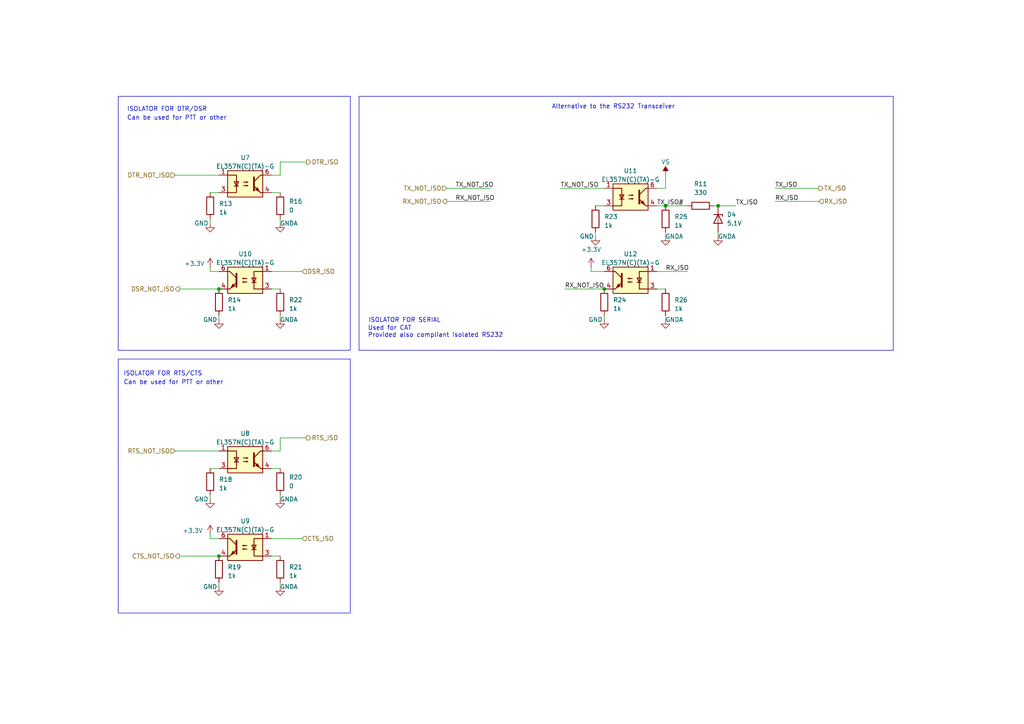
<source format=kicad_sch>
(kicad_sch (version 20250114) (generator "eeschema") (generator_version "9.0")
  (paper "A4")
  (title_block (title "CAT_Interface") (date "2023-07-25") (rev "01") (company "ZX_Group") (comment 1 "made with <3 and KiCAD"))
  (lib_symbols
    (symbol "Device:D_Zener" (pin_numbers (hide yes)) (pin_names (offset 1.016) (hide yes))
      (property "Reference" "D" (at 0 2.54 0))
      (property "Value" "D_Zener" (at 0 -2.54 0))
      (symbol "D_Zener_0_1"
        (polyline (pts (xy -1.27 -1.27) (xy -1.27 1.27) (xy -0.762 1.27)) (stroke (width 0.254)))
        (polyline (pts (xy 1.27 0) (xy -1.27 0)))
        (polyline (pts (xy 1.27 -1.27) (xy 1.27 1.27) (xy -1.27 0) (xy 1.27 -1.27)) (stroke (width 0.254)))
      )
      (symbol "D_Zener_1_1"
        (pin passive line (at -3.81 0 0) (length 2.54) (name "K") (number "1"))
        (pin passive line (at 3.81 0 180) (length 2.54) (name "A") (number "2"))
      )
    )
    (symbol "Device:R" (pin_numbers (hide yes)) (pin_names (offset 0))
      (property "Reference" "R" (at 2.032 0 90))
      (property "Value" "R" (at 0 0 90))
      (symbol "R_0_1"
        (rectangle (start -1.016 -2.54) (end 1.016 2.54) (stroke (width 0.254)))
      )
      (symbol "R_1_1"
        (pin passive line (at 0 3.81 270) (length 1.27) (name "~") (number "1"))
        (pin passive line (at 0 -3.81 90) (length 1.27) (name "~") (number "2"))
      )
    )
    (symbol "Isolator:TLP185"
      (property "Reference" "U" (at -5.08 5.08 0))
      (property "Value" "TLP185" (at -5.08 -5.08 0))
      (symbol "TLP185_0_1"
        (rectangle (start -5.08 3.81) (end 5.08 -3.81) (stroke (width 0.254)) (fill (type background)))
        (polyline (pts (xy -5.08 -2.54) (xy -2.54 -2.54) (xy -2.54 2.54) (xy -5.08 2.54)) (stroke (width 0.254)))
        (polyline (pts (xy -3.175 -0.635) (xy -1.905 -0.635)) (stroke (width 0.254)))
        (polyline (pts (xy -2.54 -0.635) (xy -3.175 0.635) (xy -1.905 0.635) (xy -2.54 -0.635)) (stroke (width 0.254)))
        (polyline (pts (xy -0.508 0.508) (xy 0.762 0.508) (xy 0.381 0.381) (xy 0.381 0.635) (xy 0.762 0.508)) (stroke (width 0.254)))
        (polyline (pts (xy -0.508 -0.508) (xy 0.762 -0.508) (xy 0.381 -0.635) (xy 0.381 -0.381) (xy 0.762 -0.508)) (stroke (width 0.254)))
        (polyline (pts (xy 2.54 1.905) (xy 2.54 -1.905) (xy 2.54 -1.905)) (stroke (width 0.508)))
        (polyline (pts (xy 3.048 -1.651) (xy 3.556 -1.143) (xy 4.064 -2.159) (xy 3.048 -1.651) (xy 3.048 -1.651)) (stroke (width 0.254)) (fill (type outline)))
        (polyline (pts (xy 5.08 2.54) (xy 4.445 2.54) (xy 2.54 0.635)) (stroke (width 0.254)))
        (polyline (pts (xy 5.08 -2.54) (xy 4.445 -2.54) (xy 2.54 -0.635)) (stroke (width 0.254)))
      )
      (symbol "TLP185_1_1"
        (pin passive line (at -7.62 2.54 0) (length 2.54) (name "~") (number "1"))
        (pin passive line (at -7.62 -2.54 0) (length 2.54) (name "~") (number "3"))
        (pin passive line (at 7.62 2.54 180) (length 2.54) (name "~") (number "6"))
        (pin passive line (at 7.62 -2.54 180) (length 2.54) (name "~") (number "4"))
      )
    )
    (symbol "power:+3.3V" (power) (pin_numbers (hide yes)) (pin_names (offset 0) (hide yes))
      (property "Value" "+3.3V" (at 0 3.556 0))
      (symbol "+3.3V_0_1"
        (polyline (pts (xy -0.762 1.27) (xy 0 2.54)))
        (polyline (pts (xy 0 2.54) (xy 0.762 1.27)))
        (polyline (pts (xy 0 0) (xy 0 2.54)))
      )
      (symbol "+3.3V_1_1"
        (pin power_in line (at 0 0 90) (length 0) (name "~") (number "1"))
      )
    )
    (symbol "power:GND" (power) (pin_names (offset 0))
      (property "Value" "GND" (at 0 -3.81 0))
      (symbol "GND_0_1"
        (polyline (pts (xy 0 0) (xy 0 -1.27) (xy 1.27 -1.27) (xy 0 -2.54) (xy -1.27 -1.27) (xy 0 -1.27)))
      )
      (symbol "GND_1_1"
        (pin power_in line (at 0 0 270) (length 0) (hide yes) (name "GND") (number "1"))
      )
    )
    (symbol "power:GNDA" (power) (pin_names (offset 0))
      (property "Value" "GNDA" (at 0 -3.81 0))
      (symbol "GNDA_0_1"
        (polyline (pts (xy 0 0) (xy 0 -1.27) (xy 1.27 -1.27) (xy 0 -2.54) (xy -1.27 -1.27) (xy 0 -1.27)))
      )
      (symbol "GNDA_1_1"
        (pin power_in line (at 0 0 270) (length 0) (hide yes) (name "GNDA") (number "1"))
      )
    )
    (symbol "power:VS" (power) (pin_names (offset 0))
      (property "Value" "VS" (at 0 3.81 0))
      (symbol "VS_0_1"
        (polyline (pts (xy 0 0) (xy 0 2.54)))
        (polyline (pts (xy 0.762 1.27) (xy -0.762 1.27) (xy 0 2.54) (xy 0.762 1.27)) (fill (type outline)))
      )
      (symbol "VS_1_1"
        (pin power_in line (at 0 0 90) (length 0) (hide yes) (name "VS") (number "1"))
      )
    )
  )
  (rectangle (start 104.14 27.94) (end 259.08 101.6))
  (rectangle (start 34.29 27.94) (end 101.6 101.6))
  (rectangle (start 34.29 104.14) (end 101.6 177.8))
  (text "Can be used for PTT or other" (at 50.292 110.998 0) (effects (font (size 1.27 1.27))))
  (text "ISOLATOR FOR DTR/DSR\n" (at 36.83 31.75 0) (effects (font (size 1.27 1.27)) (justify left)))
  (text "ISOLATOR FOR RTS/CTS\n" (at 47.244 108.458 0) (effects (font (size 1.27 1.27))))
  (text "Can be used for PTT or other" (at 36.83 34.29 0) (effects (font (size 1.27 1.27)) (justify left)))
  (text "Used for CAT\nProvided also compliant isolated RS232" (at 106.68 96.266 0) (effects (font (size 1.27 1.27)) (justify left)))
  (text "Alternative to the RS232 Transceiver" (at 160.02 31.75 0) (effects (font (size 1.27 1.27)) (justify left bottom)))
  (text "ISOLATOR FOR SERIAL\n" (at 117.348 92.964 0) (effects (font (size 1.27 1.27))))
  (junction (at 175.26 83.82))
  (junction (at 193.04 59.69))
  (junction (at 63.5 83.82))
  (junction (at 63.5 161.29))
  (junction (at 208.28 59.69))
  (wire (pts (xy 60.96 135.89) (xy 63.5 135.89)))
  (wire (pts (xy 81.28 127) (xy 81.28 130.81)))
  (wire (pts (xy 162.56 54.61) (xy 175.26 54.61)))
  (wire (pts (xy 224.79 58.42) (xy 237.49 58.42)))
  (wire (pts (xy 190.5 83.82) (xy 193.04 83.82)))
  (wire (pts (xy 63.5 91.44) (xy 63.5 92.71)))
  (wire (pts (xy 172.72 67.31) (xy 172.72 68.58)))
  (wire (pts (xy 81.28 63.5) (xy 81.28 64.77)))
  (wire (pts (xy 60.96 77.47) (xy 60.96 78.74)))
  (wire (pts (xy 81.28 46.99) (xy 88.9 46.99)))
  (wire (pts (xy 81.28 143.51) (xy 81.28 144.78)))
  (wire (pts (xy 60.96 63.5) (xy 60.96 64.77)))
  (wire (pts (xy 50.8 130.81) (xy 63.5 130.81)))
  (wire (pts (xy 224.79 54.61) (xy 237.49 54.61)))
  (wire (pts (xy 190.5 54.61) (xy 193.04 54.61)))
  (wire (pts (xy 50.8 50.8) (xy 63.5 50.8)))
  (wire (pts (xy 193.04 50.8) (xy 193.04 54.61)))
  (wire (pts (xy 60.96 78.74) (xy 63.5 78.74)))
  (wire (pts (xy 171.45 78.74) (xy 175.26 78.74)))
  (wire (pts (xy 78.74 156.21) (xy 87.63 156.21)))
  (wire (pts (xy 78.74 130.81) (xy 81.28 130.81)))
  (wire (pts (xy 172.72 59.69) (xy 175.26 59.69)))
  (wire (pts (xy 129.54 54.61) (xy 142.24 54.61)))
  (wire (pts (xy 78.74 55.88) (xy 81.28 55.88)))
  (wire (pts (xy 208.28 67.31) (xy 208.28 68.58)))
  (wire (pts (xy 78.74 83.82) (xy 81.28 83.82)))
  (wire (pts (xy 60.96 55.88) (xy 63.5 55.88)))
  (wire (pts (xy 60.96 154.94) (xy 60.96 156.21)))
  (wire (pts (xy 193.04 59.69) (xy 199.39 59.69)))
  (wire (pts (xy 63.5 168.91) (xy 63.5 170.18)))
  (wire (pts (xy 81.28 46.99) (xy 81.28 50.8)))
  (wire (pts (xy 190.5 59.69) (xy 193.04 59.69)))
  (wire (pts (xy 78.74 78.74) (xy 87.63 78.74)))
  (wire (pts (xy 78.74 135.89) (xy 81.28 135.89)))
  (wire (pts (xy 171.45 77.47) (xy 171.45 78.74)))
  (wire (pts (xy 190.5 78.74) (xy 199.39 78.74)))
  (wire (pts (xy 78.74 161.29) (xy 81.28 161.29)))
  (wire (pts (xy 78.74 50.8) (xy 81.28 50.8)))
  (wire (pts (xy 81.28 91.44) (xy 81.28 92.71)))
  (wire (pts (xy 129.54 58.42) (xy 142.24 58.42)))
  (wire (pts (xy 60.96 143.51) (xy 60.96 144.78)))
  (wire (pts (xy 163.83 83.82) (xy 175.26 83.82)))
  (wire (pts (xy 175.26 91.44) (xy 175.26 92.71)))
  (wire (pts (xy 81.28 127) (xy 88.9 127)))
  (wire (pts (xy 52.07 83.82) (xy 63.5 83.82)))
  (wire (pts (xy 193.04 91.44) (xy 193.04 92.71)))
  (wire (pts (xy 208.28 59.69) (xy 207.01 59.69)))
  (wire (pts (xy 60.96 156.21) (xy 63.5 156.21)))
  (wire (pts (xy 208.28 59.69) (xy 213.36 59.69)))
  (wire (pts (xy 81.28 168.91) (xy 81.28 170.18)))
  (wire (pts (xy 52.07 161.29) (xy 63.5 161.29)))
  (wire (pts (xy 193.04 67.31) (xy 193.04 68.58)))
  (label "RX_NOT_ISO" (at 163.83 83.82 0))
  (label "TX_ISO" (at 213.36 59.69 0))
  (label "RX_ISO" (at 193.04 78.74 0))
  (label "TX_NOT_ISO" (at 162.56 54.61 0))
  (label "TX_ISO#" (at 190.5 59.69 0))
  (label "TX_ISO" (at 224.79 54.61 0))
  (label "TX_NOT_ISO" (at 132.08 54.61 0))
  (label "RX_ISO" (at 224.79 58.42 0))
  (label "RX_NOT_ISO" (at 132.08 58.42 0))
  (hierarchical_label "DSR_NOT_ISO" (shape output) (at 52.07 83.82 180))
  (hierarchical_label "CTS_ISO" (shape input) (at 87.63 156.21 0))
  (hierarchical_label "DSR_ISO" (shape input) (at 87.63 78.74 0))
  (hierarchical_label "TX_NOT_ISO" (shape input) (at 129.54 54.61 180))
  (hierarchical_label "CTS_NOT_ISO" (shape output) (at 52.07 161.29 180))
  (hierarchical_label "DTR_NOT_ISO" (shape input) (at 50.8 50.8 180))
  (hierarchical_label "RX_NOT_ISO" (shape output) (at 129.54 58.42 180))
  (hierarchical_label "RTS_ISO" (shape output) (at 88.9 127 0))
  (hierarchical_label "DTR_ISO" (shape output) (at 88.9 46.99 0))
  (hierarchical_label "RX_ISO" (shape input) (at 237.49 58.42 0))
  (hierarchical_label "TX_ISO" (shape output) (at 237.49 54.61 0))
  (hierarchical_label "RTS_NOT_ISO" (shape input) (at 50.8 130.81 180))
  (symbol (lib_id "power:+3.3V") (at 171.45 77.47 0) (unit 1)
    (property "Reference" "#PWR027" (effects (hide yes)))
    (property "Value" "+3.3V" (at 171.45 72.39 0))
    (property "Description" "Power symbol creates a global label with name \"+3.3V\"" (effects (hide yes)))
  )
  (symbol (lib_id "power:VS") (at 193.04 50.8 0) (unit 1)
    (property "Reference" "#PWR028" (effects (hide yes)))
    (property "Value" "VS" (at 193.04 46.99 0))
  )
  (symbol (lib_id "power:+3.3V") (at 60.96 154.94 0) (unit 1)
    (property "Reference" "#PWR023" (effects (hide yes)))
    (property "Value" "+3.3V" (at 55.88 153.924 0))
    (property "Description" "Power symbol creates a global label with name \"+3.3V\"" (effects (hide yes)))
  )
  (symbol (lib_id "power:GND") (at 175.26 92.71 0) (unit 1)
    (property "Reference" "#PWR0130" (effects (hide yes)))
    (property "Value" "GND" (at 172.72 92.71 0))
  )
  (symbol (lib_id "power:GNDA") (at 81.28 64.77 0) (unit 1)
    (property "Reference" "#PWR037" (effects (hide yes)))
    (property "Value" "GNDA" (at 83.82 64.77 0))
  )
  (symbol (lib_id "Device:R") (at 81.28 87.63 180) (unit 1)
    (property "Reference" "R22" (at 83.82 86.995 0) (effects (justify right)))
    (property "Value" "1k" (at 83.82 89.535 0) (effects (justify right)))
    (property "Footprint" "Resistor_SMD:R_0603_1608Metric" (effects (hide yes)))
    (property "LCSC" "C21190" (effects (hide yes)))
  )
  (symbol (lib_id "Device:R") (at 60.96 139.7 180) (unit 1)
    (property "Reference" "R18" (at 63.5 139.065 0) (effects (justify right)))
    (property "Value" "1k" (at 63.5 141.605 0) (effects (justify right)))
    (property "Footprint" "Resistor_SMD:R_0603_1608Metric" (effects (hide yes)))
    (property "LCSC" "C21190" (effects (hide yes)))
  )
  (symbol (lib_id "Device:R") (at 81.28 165.1 180) (unit 1)
    (property "Reference" "R21" (at 83.82 164.465 0) (effects (justify right)))
    (property "Value" "1k" (at 83.82 167.005 0) (effects (justify right)))
    (property "Footprint" "Resistor_SMD:R_0603_1608Metric" (effects (hide yes)))
    (property "LCSC" "C21190" (effects (hide yes)))
  )
  (symbol (lib_id "power:GND") (at 172.72 68.58 0) (unit 1)
    (property "Reference" "#PWR0131" (effects (hide yes)))
    (property "Value" "GND" (at 170.18 68.58 0))
  )
  (symbol (lib_id "Device:R") (at 193.04 63.5 180) (unit 1)
    (property "Reference" "R25" (at 195.58 62.865 0) (effects (justify right)))
    (property "Value" "1k" (at 195.58 65.405 0) (effects (justify right)))
    (property "Footprint" "Resistor_SMD:R_0603_1608Metric" (effects (hide yes)))
    (property "LCSC" "C21190" (effects (hide yes)))
  )
  (symbol (lib_id "power:GNDA") (at 81.28 170.18 0) (unit 1)
    (property "Reference" "#PWR056" (effects (hide yes)))
    (property "Value" "GNDA" (at 83.82 170.18 0))
  )
  (symbol (lib_id "power:GNDA") (at 193.04 68.58 0) (unit 1)
    (property "Reference" "#PWR068" (effects (hide yes)))
    (property "Value" "GNDA" (at 195.58 68.58 0))
  )
  (symbol (lib_id "Device:R") (at 60.96 59.69 180) (unit 1)
    (property "Reference" "R13" (at 63.5 59.055 0) (effects (justify right)))
    (property "Value" "1k" (at 63.5 61.595 0) (effects (justify right)))
    (property "Footprint" "Resistor_SMD:R_0603_1608Metric" (effects (hide yes)))
    (property "LCSC" "C21190" (effects (hide yes)))
  )
  (symbol (lib_id "Device:R") (at 81.28 59.69 180) (unit 1)
    (property "Reference" "R16" (at 83.82 58.4199 0) (effects (justify right)))
    (property "Value" "0" (at 83.82 60.9599 0) (effects (justify right)))
    (property "Footprint" "Resistor_SMD:R_0603_1608Metric" (effects (hide yes)))
  )
  (symbol (lib_id "Isolator:TLP185") (at 182.88 81.28 0) (mirror y) (unit 1)
    (property "Reference" "U12" (at 182.88 73.66 0))
    (property "Value" "EL357N(C)(TA)-G" (at 182.88 76.2 0))
    (property "Footprint" "InterCat:SO-6-4_4.4x3.9mm_P2.54mm" (effects (hide yes)))
    (property "Datasheet" "https://toshiba.semicon-storage.com/info/docget.jsp?did=11791&prodName=TLP185" (effects (hide yes)))
    (property "LCSC" "C29981" (effects (hide yes)))
  )
  (symbol (lib_id "Device:R") (at 81.28 139.7 180) (unit 1)
    (property "Reference" "R20" (at 83.82 138.4299 0) (effects (justify right)))
    (property "Value" "0" (at 83.82 140.9699 0) (effects (justify right)))
    (property "Footprint" "Resistor_SMD:R_0603_1608Metric" (effects (hide yes)))
  )
  (symbol (lib_id "power:GNDA") (at 81.28 92.71 0) (unit 1)
    (property "Reference" "#PWR038" (effects (hide yes)))
    (property "Value" "GNDA" (at 83.82 92.71 0))
  )
  (symbol (lib_id "power:GND") (at 60.96 64.77 0) (unit 1)
    (property "Reference" "#PWR039" (effects (hide yes)))
    (property "Value" "GND" (at 58.42 64.77 0))
  )
  (symbol (lib_id "Device:R") (at 175.26 87.63 180) (unit 1)
    (property "Reference" "R24" (at 177.8 86.995 0) (effects (justify right)))
    (property "Value" "1k" (at 177.8 89.535 0) (effects (justify right)))
    (property "Footprint" "Resistor_SMD:R_0603_1608Metric" (effects (hide yes)))
    (property "LCSC" "C21190" (effects (hide yes)))
  )
  (symbol (lib_id "Isolator:TLP185") (at 71.12 133.35 0) (unit 1)
    (property "Reference" "U8" (at 71.12 125.73 0))
    (property "Value" "EL357N(C)(TA)-G" (at 71.12 128.27 0))
    (property "Footprint" "InterCat:SO-6-4_4.4x3.9mm_P2.54mm" (effects (hide yes)))
    (property "Datasheet" "https://toshiba.semicon-storage.com/info/docget.jsp?did=11791&prodName=TLP185" (effects (hide yes)))
    (property "LCSC" "C29981" (effects (hide yes)))
  )
  (symbol (lib_id "power:GNDA") (at 193.04 92.71 0) (unit 1)
    (property "Reference" "#PWR069" (effects (hide yes)))
    (property "Value" "GNDA" (at 195.58 92.71 0))
  )
  (symbol (lib_id "Device:R") (at 63.5 87.63 180) (unit 1)
    (property "Reference" "R14" (at 66.04 86.995 0) (effects (justify right)))
    (property "Value" "1k" (at 66.04 89.535 0) (effects (justify right)))
    (property "Footprint" "Resistor_SMD:R_0603_1608Metric" (effects (hide yes)))
    (property "LCSC" "C21190" (effects (hide yes)))
  )
  (symbol (lib_id "power:GNDA") (at 81.28 144.78 0) (unit 1)
    (property "Reference" "#PWR055" (effects (hide yes)))
    (property "Value" "GNDA" (at 83.82 144.78 0))
  )
  (symbol (lib_id "power:GNDA") (at 208.28 68.58 0) (unit 1)
    (property "Reference" "#PWR029" (effects (hide yes)))
    (property "Value" "GNDA" (at 210.82 68.58 0))
  )
  (symbol (lib_id "Device:R") (at 193.04 87.63 180) (unit 1)
    (property "Reference" "R26" (at 195.58 86.995 0) (effects (justify right)))
    (property "Value" "1k" (at 195.58 89.535 0) (effects (justify right)))
    (property "Footprint" "Resistor_SMD:R_0603_1608Metric" (effects (hide yes)))
    (property "LCSC" "C21190" (effects (hide yes)))
  )
  (symbol (lib_id "power:GND") (at 63.5 92.71 0) (unit 1)
    (property "Reference" "#PWR036" (effects (hide yes)))
    (property "Value" "GND" (at 60.96 92.71 0))
  )
  (symbol (lib_id "power:+3.3V") (at 60.96 77.47 0) (unit 1)
    (property "Reference" "#PWR035" (effects (hide yes)))
    (property "Value" "+3.3V" (at 56.388 76.454 0))
    (property "Description" "Power symbol creates a global label with name \"+3.3V\"" (effects (hide yes)))
  )
  (symbol (lib_id "Isolator:TLP185") (at 182.88 57.15 0) (unit 1)
    (property "Reference" "U11" (at 182.88 49.53 0))
    (property "Value" "EL357N(C)(TA)-G" (at 182.88 52.07 0))
    (property "Footprint" "InterCat:SO-6-4_4.4x3.9mm_P2.54mm" (effects (hide yes)))
    (property "Datasheet" "https://toshiba.semicon-storage.com/info/docget.jsp?did=11791&prodName=TLP185" (effects (hide yes)))
    (property "LCSC" "C29981" (effects (hide yes)))
  )
  (symbol (lib_id "Device:R") (at 203.2 59.69 270) (unit 1)
    (property "Reference" "R11" (at 203.2 53.34 90))
    (property "Value" "330" (at 203.2 55.88 90))
    (property "Footprint" "Resistor_SMD:R_0603_1608Metric" (effects (hide yes)))
  )
  (symbol (lib_id "power:GND") (at 63.5 170.18 0) (unit 1)
    (property "Reference" "#PWR0132" (effects (hide yes)))
    (property "Value" "GND" (at 60.96 170.18 0))
  )
  (symbol (lib_id "Isolator:TLP185") (at 71.12 53.34 0) (unit 1)
    (property "Reference" "U7" (at 71.12 45.72 0))
    (property "Value" "EL357N(C)(TA)-G" (at 71.12 48.26 0))
    (property "Footprint" "InterCat:SO-6-4_4.4x3.9mm_P2.54mm" (effects (hide yes)))
    (property "Datasheet" "https://toshiba.semicon-storage.com/info/docget.jsp?did=11791&prodName=TLP185" (effects (hide yes)))
    (property "LCSC" "C29981" (effects (hide yes)))
  )
  (symbol (lib_id "power:GND") (at 60.96 144.78 0) (unit 1)
    (property "Reference" "#PWR034" (effects (hide yes)))
    (property "Value" "GND" (at 58.42 144.78 0))
  )
  (symbol (lib_id "Device:D_Zener") (at 208.28 63.5 270) (unit 1)
    (property "Reference" "D4" (at 210.82 62.2299 90) (effects (justify left)))
    (property "Value" "5.1V" (at 210.82 64.7699 90) (effects (justify left)))
    (property "Footprint" "Diode_SMD:D_0603_1608Metric" (effects (hide yes)))
    (property "Description" "Zener diode" (effects (hide yes)))
  )
  (symbol (lib_id "Device:R") (at 63.5 165.1 180) (unit 1)
    (property "Reference" "R19" (at 66.04 164.465 0) (effects (justify right)))
    (property "Value" "1k" (at 66.04 167.005 0) (effects (justify right)))
    (property "Footprint" "Resistor_SMD:R_0603_1608Metric" (effects (hide yes)))
    (property "LCSC" "C21190" (effects (hide yes)))
  )
  (symbol (lib_id "Isolator:TLP185") (at 71.12 158.75 0) (mirror y) (unit 1)
    (property "Reference" "U9" (at 71.12 151.13 0))
    (property "Value" "EL357N(C)(TA)-G" (at 71.12 153.67 0))
    (property "Footprint" "InterCat:SO-6-4_4.4x3.9mm_P2.54mm" (effects (hide yes)))
    (property "Datasheet" "https://toshiba.semicon-storage.com/info/docget.jsp?did=11791&prodName=TLP185" (effects (hide yes)))
    (property "LCSC" "C29981" (effects (hide yes)))
  )
  (symbol (lib_id "Isolator:TLP185") (at 71.12 81.28 0) (mirror y) (unit 1)
    (property "Reference" "U10" (at 71.12 73.66 0))
    (property "Value" "EL357N(C)(TA)-G" (at 71.12 76.2 0))
    (property "Footprint" "InterCat:SO-6-4_4.4x3.9mm_P2.54mm" (effects (hide yes)))
    (property "Datasheet" "https://toshiba.semicon-storage.com/info/docget.jsp?did=11791&prodName=TLP185" (effects (hide yes)))
    (property "LCSC" "C29981" (effects (hide yes)))
  )
  (symbol (lib_id "Device:R") (at 172.72 63.5 180) (unit 1)
    (property "Reference" "R23" (at 175.26 62.865 0) (effects (justify right)))
    (property "Value" "1k" (at 175.26 65.405 0) (effects (justify right)))
    (property "Footprint" "Resistor_SMD:R_0603_1608Metric" (effects (hide yes)))
    (property "LCSC" "C21190" (effects (hide yes)))
  )
)
</source>
